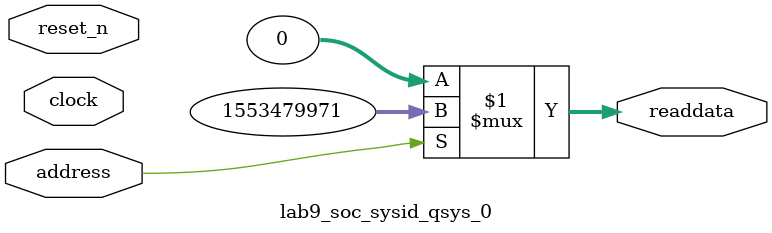
<source format=v>



// synthesis translate_off
`timescale 1ns / 1ps
// synthesis translate_on

// turn off superfluous verilog processor warnings 
// altera message_level Level1 
// altera message_off 10034 10035 10036 10037 10230 10240 10030 

module lab9_soc_sysid_qsys_0 (
               // inputs:
                address,
                clock,
                reset_n,

               // outputs:
                readdata
             )
;

  output  [ 31: 0] readdata;
  input            address;
  input            clock;
  input            reset_n;

  wire    [ 31: 0] readdata;
  //control_slave, which is an e_avalon_slave
  assign readdata = address ? 1553479971 : 0;

endmodule



</source>
